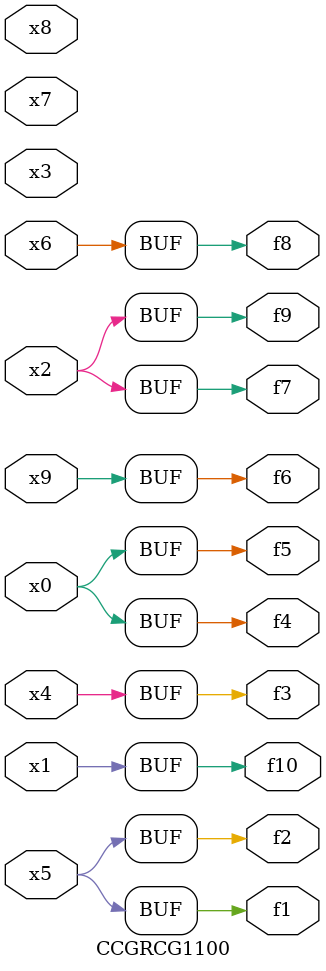
<source format=v>
module CCGRCG1100(
	input x0, x1, x2, x3, x4, x5, x6, x7, x8, x9,
	output f1, f2, f3, f4, f5, f6, f7, f8, f9, f10
);
	assign f1 = x5;
	assign f2 = x5;
	assign f3 = x4;
	assign f4 = x0;
	assign f5 = x0;
	assign f6 = x9;
	assign f7 = x2;
	assign f8 = x6;
	assign f9 = x2;
	assign f10 = x1;
endmodule

</source>
